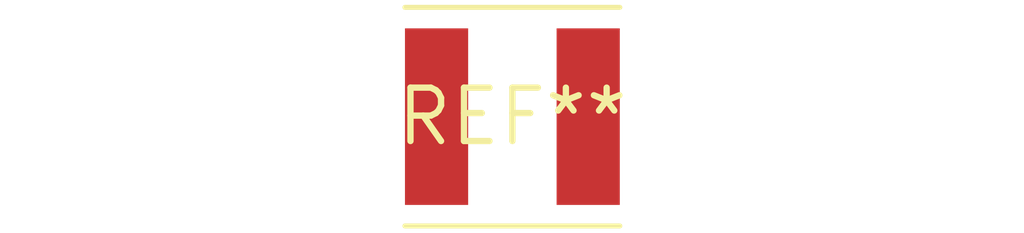
<source format=kicad_pcb>
(kicad_pcb (version 20240108) (generator pcbnew)
  (layers (0 "F.Cu" signal) (31 "B.Cu" signal) (34 "B.Paste" user) (35 "F.Paste" user) (36 "B.SilkS" user "B.Silkscreen") (37 "F.SilkS" user "F.Silkscreen") (38 "B.Mask" user) (39 "F.Mask" user) (44 "Edge.Cuts" user))
  (net 0 "")
  (footprint "L_Taiyo-Yuden_MD-5050" (layer "F.Cu") (at 0 0)
    (property "Reference" "REF**")
    (property "Value" "L_Taiyo-Yuden_MD-5050")
    (fp_line (start -2.55 -2.6) (end 2.55 -2.6) (layer "F.SilkS") (stroke (width 0.12)))
    (fp_line (start -2.55 2.6) (end 2.55 2.6) (layer "F.SilkS") (stroke (width 0.12)))
    (pad "1" smd rect (at -1.8 0) (size 1.5 4.2) (layers "F.Cu" "F.Paste" "F.Mask"))
    (pad "2" smd rect (at 1.8 0) (size 1.5 4.2) (layers "F.Cu" "F.Paste" "F.Mask"))
  )
)
</source>
